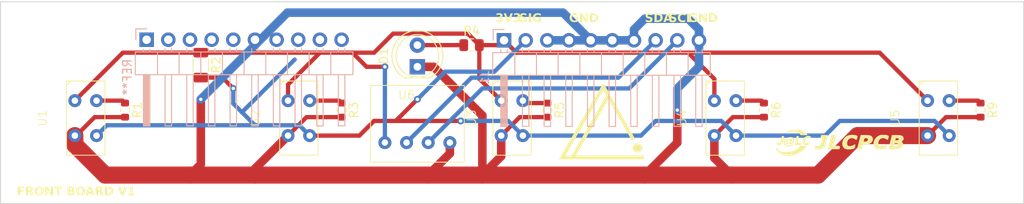
<source format=kicad_pcb>
(kicad_pcb (version 20221018) (generator pcbnew)
  (layers (0 "F.Cu" signal) (31 "B.Cu" signal) (34 "B.Paste" user) (35 "F.Paste" user) (36 "B.SilkS" user "B.Silkscreen") (37 "F.SilkS" user "F.Silkscreen") (38 "B.Mask" user) (39 "F.Mask" user) (44 "Edge.Cuts" user))
  (net 0 "")
  (net 1 "+3V3")
  (net 2 "photo1")
  (net 3 "GND")
  (net 4 "SDA")
  (net 5 "SCL")
  (net 6 "Net-(U1-Cathode)")
  (net 7 "Net-(U2-Cathode)")
  (net 8 "Net-(U3-Cathode)")
  (net 9 "Net-(U4-Cathode)")
  (net 10 "Net-(U5-Cathode)")
  (net 11 "Net-(D1-A)")
  (footprint "LED_THT:LED_D5.0mm" (layer "F.Cu") (at 88.9 93.98 90)
    (fp_text reference "D1" (at 1.27 -3.96 90) (layer "F.SilkS"))
    (fp_text value "LED")
    (pad "1" thru_hole rect (at 0 0 90) (size 1.8 1.8) (drill 0.9) (layers "*.Cu" "*.Mask") (net 3 "GND"))
    (pad "2" thru_hole circle (at 2.54 0 90) (size 1.8 1.8) (drill 0.9) (layers "*.Cu" "*.Mask") (net 11 "Net-(D1-A)"))
  )
  (footprint "logo:jlcpcb_logo_footprint" (layer "F.Cu") (at 138.43 102.87)
    (fp_text reference "G***" hide)
    (fp_text value "LOGO" hide)
  )
  (footprint "Akiduki:LBR127HLD" (layer "F.Cu") (at 125 100 90)
    (fp_text reference "U4" (at 0 -5.08 90 unlocked) (layer "F.SilkS") (effects (font (thickness 0.1))))
    (fp_text value "~")
    (pad "1" thru_hole circle (at 2.05 -1.27 90) (size 1.524 1.524) (drill 0.762) (layers "*.Cu" "*.Mask") (net 1 "+3V3"))
    (pad "2" thru_hole circle (at 2.05 1.27 90) (size 1.524 1.524) (drill 0.762) (layers "*.Cu" "*.Mask") (net 9 "Net-(U4-Cathode)"))
    (pad "3" thru_hole circle (at -2.05 -1.27 90) (size 1.524 1.524) (drill 0.762) (layers "*.Cu" "*.Mask") (net 3 "GND"))
    (pad "4" thru_hole circle (at -2.05 1.27 90) (size 1.524 1.524) (drill 0.762) (layers "*.Cu" "*.Mask") (net 2 "photo1"))
  )
  (footprint "Akiduki:LBR127HLD" (layer "F.Cu") (at 100 100 90)
    (fp_text reference "U3" (at 0 -4.75 90 unlocked) (layer "F.SilkS") (effects (font (thickness 0.1))))
    (fp_text value "~")
    (pad "1" thru_hole circle (at 2.05 -1.27 90) (size 1.524 1.524) (drill 0.762) (layers "*.Cu" "*.Mask") (net 1 "+3V3"))
    (pad "2" thru_hole circle (at 2.05 1.27 90) (size 1.524 1.524) (drill 0.762) (layers "*.Cu" "*.Mask") (net 8 "Net-(U3-Cathode)"))
    (pad "3" thru_hole circle (at -2.05 -1.27 90) (size 1.524 1.524) (drill 0.762) (layers "*.Cu" "*.Mask") (net 3 "GND"))
    (pad "4" thru_hole circle (at -2.05 1.27 90) (size 1.524 1.524) (drill 0.762) (layers "*.Cu" "*.Mask") (net 2 "photo1"))
  )
  (footprint "Resistor_SMD:R_0603_1608Metric" (layer "F.Cu") (at 104.14 99.06 -90)
    (fp_text reference "R5" (at 0 -1.43 90) (layer "F.SilkS"))
    (fp_text value "105")
    (pad "1" smd roundrect (at -0.825 0 270) (size 0.8 0.95) (layers "F.Cu" "F.Paste" "F.Mask") (net 8 "Net-(U3-Cathode)"))
    (pad "2" smd roundrect (at 0.825 0 270) (size 0.8 0.95) (layers "F.Cu" "F.Paste" "F.Mask") (net 3 "GND"))
  )
  (footprint "S11059:S11059" (layer "F.Cu") (at 88.9 102.87)
    (fp_text reference "U6" (at -1.27 -5.58 unlocked) (layer "F.SilkS") (effects (font (thickness 0.1))))
    (fp_text value "~")
    (pad "1" thru_hole circle (at -3.81 0) (size 1.524 1.524) (drill 0.762) (layers "*.Cu" "*.Mask") (net 1 "+3V3"))
    (pad "2" thru_hole circle (at -1.27 0) (size 1.524 1.524) (drill 0.762) (layers "*.Cu" "*.Mask") (net 4 "SDA"))
    (pad "3" thru_hole circle (at 1.27 0) (size 1.524 1.524) (drill 0.762) (layers "*.Cu" "*.Mask") (net 5 "SCL"))
    (pad "4" thru_hole circle (at 3.81 0) (size 1.524 1.524) (drill 0.762) (layers "*.Cu" "*.Mask") (net 3 "GND"))
  )
  (footprint "Akiduki:LBR127HLD" (layer "F.Cu") (at 75 100 90)
    (fp_text reference "U2" (at 0 -5.08 90 unlocked) (layer "F.SilkS") (effects (font (thickness 0.1))))
    (fp_text value "~")
    (pad "1" thru_hole circle (at 2.05 -1.27 90) (size 1.524 1.524) (drill 0.762) (layers "*.Cu" "*.Mask") (net 1 "+3V3"))
    (pad "2" thru_hole circle (at 2.05 1.27 90) (size 1.524 1.524) (drill 0.762) (layers "*.Cu" "*.Mask") (net 7 "Net-(U2-Cathode)"))
    (pad "3" thru_hole circle (at -2.05 -1.27 90) (size 1.524 1.524) (drill 0.762) (layers "*.Cu" "*.Mask") (net 3 "GND"))
    (pad "4" thru_hole circle (at -2.05 1.27 90) (size 1.524 1.524) (drill 0.762) (layers "*.Cu" "*.Mask") (net 2 "photo1"))
  )
  (footprint "Resistor_SMD:R_0603_1608Metric" (layer "F.Cu") (at 129.54 99.06 -90)
    (fp_text reference "R6" (at 0 -1.43 90) (layer "F.SilkS"))
    (fp_text value "105")
    (pad "1" smd roundrect (at -0.825 0 270) (size 0.8 0.95) (layers "F.Cu" "F.Paste" "F.Mask") (net 9 "Net-(U4-Cathode)"))
    (pad "2" smd roundrect (at 0.825 0 270) (size 0.8 0.95) (layers "F.Cu" "F.Paste" "F.Mask") (net 3 "GND"))
  )
  (footprint "Resistor_SMD:R_1206_3216Metric" (layer "F.Cu") (at 63.5 93.7875 -90)
    (fp_text reference "R2" (at 0 -1.82 90) (layer "F.SilkS"))
    (fp_text value "1k")
    (pad "1" smd roundrect (at -1.4625 0 270) (size 1.125 1.75) (layers "F.Cu" "F.Paste" "F.Mask") (roundrect_rratio 0.222222) (net 1 "+3V3"))
    (pad "2" smd roundrect (at 1.4625 0 270) (size 1.125 1.75) (layers "F.Cu" "F.Paste" "F.Mask") (roundrect_rratio 0.222222) (net 2 "photo1"))
  )
  (footprint "Resistor_SMD:R_0603_1608Metric" (layer "F.Cu") (at 154.94 99.06 -90)
    (fp_text reference "R9" (at 0 -1.43 90) (layer "F.SilkS"))
    (fp_text value "105")
    (pad "1" smd roundrect (at -0.825 0 270) (size 0.8 0.95) (layers "F.Cu" "F.Paste" "F.Mask") (net 10 "Net-(U5-Cathode)"))
    (pad "2" smd roundrect (at 0.825 0 270) (size 0.8 0.95) (layers "F.Cu" "F.Paste" "F.Mask") (net 3 "GND"))
  )
  (footprint "Resistor_SMD:R_0805_2012Metric" (layer "F.Cu") (at 95.25 91.44)
    (fp_text reference "R4" (at 0 -1.65) (layer "F.SilkS"))
    (fp_text value "100")
    (pad "1" smd roundrect (at -0.9125 0) (size 1.025 1.4) (layers "F.Cu" "F.Paste" "F.Mask") (roundrect_rratio 0.243902) (net 11 "Net-(D1-A)"))
    (pad "2" smd roundrect (at 0.9125 0) (size 1.025 1.4) (layers "F.Cu" "F.Paste" "F.Mask") (roundrect_rratio 0.243902) (net 1 "+3V3"))
  )
  (footprint "Resistor_SMD:R_0603_1608Metric" (layer "F.Cu") (at 54.61 99.06 -90)
    (fp_text reference "R1" (at 0 -1.43 90) (layer "F.SilkS"))
    (fp_text value "105")
    (pad "1" smd roundrect (at -0.825 0 270) (size 0.8 0.95) (layers "F.Cu" "F.Paste" "F.Mask") (net 6 "Net-(U1-Cathode)"))
    (pad "2" smd roundrect (at 0.825 0 270) (size 0.8 0.95) (layers "F.Cu" "F.Paste" "F.Mask") (net 3 "GND"))
  )
  (footprint "Resistor_SMD:R_0603_1608Metric" (layer "F.Cu") (at 80.01 99.06 -90)
    (fp_text reference "R3" (at 0 -1.43 90) (layer "F.SilkS"))
    (fp_text value "105")
    (pad "1" smd roundrect (at -0.825 0 270) (size 0.8 0.95) (layers "F.Cu" "F.Paste" "F.Mask") (net 7 "Net-(U2-Cathode)"))
    (pad "2" smd roundrect (at 0.825 0 270) (size 0.8 0.95) (layers "F.Cu" "F.Paste" "F.Mask") (net 3 "GND"))
  )
  (footprint "logo:tuton_logo" (layer "F.Cu") (at 110.49 100.33)
    (fp_text reference "G***" hide)
    (fp_text value "LOGO" hide)
  )
  (footprint "Akiduki:LBR127HLD" (layer "F.Cu") (at 150 100 90)
    (fp_text reference "U5" (at 0 -5.08 90 unlocked) (layer "F.SilkS") (effects (font (thickness 0.1))))
    (fp_text value "~")
    (pad "1" thru_hole circle (at 2.05 -1.27 90) (size 1.524 1.524) (drill 0.762) (layers "*.Cu" "*.Mask") (net 1 "+3V3"))
    (pad "2" thru_hole circle (at 2.05 1.27 90) (size 1.524 1.524) (drill 0.762) (layers "*.Cu" "*.Mask") (net 10 "Net-(U5-Cathode)"))
    (pad "3" thru_hole circle (at -2.05 -1.27 90) (size 1.524 1.524) (drill 0.762) (layers "*.Cu" "*.Mask") (net 3 "GND"))
    (pad "4" thru_hole circle (at -2.05 1.27 90) (size 1.524 1.524) (drill 0.762) (layers "*.Cu" "*.Mask") (net 2 "photo1"))
  )
  (footprint "Akiduki:LBR127HLD" (layer "F.Cu") (at 50 100 90)
    (fp_text reference "U1" (at 0 -5.08 90 unlocked) (layer "F.SilkS") (effects (font (thickness 0.1))))
    (fp_text value "~")
    (pad "1" thru_hole circle (at 2.05 -1.27 90) (size 1.524 1.524) (drill 0.762) (layers "*.Cu" "*.Mask") (net 1 "+3V3"))
    (pad "2" thru_hole circle (at 2.05 1.27 90) (size 1.524 1.524) (drill 0.762) (layers "*.Cu" "*.Mask") (net 6 "Net-(U1-Cathode)"))
    (pad "3" thru_hole circle (at -2.05 -1.27 90) (size 1.524 1.524) (drill 0.762) (layers "*.Cu" "*.Mask") (net 3 "GND"))
    (pad "4" thru_hole circle (at -2.05 1.27 90) (size 1.524 1.524) (drill 0.762) (layers "*.Cu" "*.Mask") (net 2 "photo1"))
  )
  (footprint "Connector_PinHeader_2.54mm:PinHeader_1x10_P2.54mm_Horizontal" (layer "B.Cu") (at 57.15 90.805 -90)
    (fp_text reference "REF**" (at 4.385 2.27 90) (layer "B.SilkS") (effects (justify mirror)))
    (fp_text value "PinHeader_1x10_P2.54mm_Horizontal")
    (pad "1" thru_hole rect (at 0 0 270) (size 1.7 1.7) (drill 1) (layers "*.Cu" "*.Mask"))
    (pad "2" thru_hole oval (at 0 -2.54 270) (size 1.7 1.7) (drill 1) (layers "*.Cu" "*.Mask"))
    (pad "3" thru_hole oval (at 0 -5.08 270) (size 1.7 1.7) (drill 1) (layers "*.Cu" "*.Mask"))
    (pad "4" thru_hole oval (at 0 -7.62 270) (size 1.7 1.7) (drill 1) (layers "*.Cu" "*.Mask"))
    (pad "5" thru_hole oval (at 0 -10.16 270) (size 1.7 1.7) (drill 1) (layers "*.Cu" "*.Mask"))
    (pad "6" thru_hole oval (at 0 -12.7 270) (size 1.7 1.7) (drill 1) (layers "*.Cu" "*.Mask"))
    (pad "7" thru_hole oval (at 0 -15.24 270) (size 1.7 1.7) (drill 1) (layers "*.Cu" "*.Mask"))
    (pad "8" thru_hole oval (at 0 -17.78 270) (size 1.7 1.7) (drill 1) (layers "*.Cu" "*.Mask"))
    (pad "9" thru_hole oval (at 0 -20.32 270) (size 1.7 1.7) (drill 1) (layers "*.Cu" "*.Mask"))
    (pad "10" thru_hole oval (at 0 -22.86 270) (size 1.7 1.7) (drill 1) (layers "*.Cu" "*.Mask"))
  )
  (footprint "Connector_PinHeader_2.54mm:PinHeader_1x10_P2.54mm_Horizontal" (layer "B.Cu") (at 99.06 90.875 -90)
    (fp_text reference "J1" (at 4.385 2.27 90) (layer "B.SilkS") (effects (justify mirror)))
    (fp_text value "Conn_01x10")
    (pad "1" thru_hole rect (at 0 0 270) (size 1.7 1.7) (drill 1) (layers "*.Cu" "*.Mask") (net 1 "+3V3"))
    (pad "2" thru_hole oval (at 0 -2.54 270) (size 1.7 1.7) (drill 1) (layers "*.Cu" "*.Mask") (net 2 "photo1"))
    (pad "3" thru_hole oval (at 0 -5.08 270) (size 1.7 1.7) (drill 1) (layers "*.Cu" "*.Mask") (net 3 "GND"))
    (pad "4" thru_hole oval (at 0 -7.62 270) (size 1.7 1.7) (drill 1) (layers "*.Cu" "*.Mask") (net 3 "GND"))
    (pad "5" thru_hole oval (at 0 -10.16 270) (size 1.7 1.7) (drill 1) (layers "*.Cu" "*.Mask") (net 3 "GND"))
    (pad "6" thru_hole oval (at 0 -12.7 270) (size 1.7 1.7) (drill 1) (layers "*.Cu" "*.Mask") (net 3 "GND"))
    (pad "7" thru_hole oval (at 0 -15.24 270) (size 1.7 1.7) (drill 1) (layers "*.Cu" "*.Mask") (net 3 "GND"))
    (pad "8" thru_hole oval (at 0 -17.78 270) (size 1.7 1.7) (drill 1) (layers "*.Cu" "*.Mask") (net 4 "SDA"))
    (pad "9" thru_hole oval (at 0 -20.32 270) (size 1.7 1.7) (drill 1) (layers "*.Cu" "*.Mask") (net 5 "SCL"))
    (pad "10" thru_hole oval (at 0 -22.86 270) (size 1.7 1.7) (drill 1) (layers "*.Cu" "*.Mask") (net 3 "GND"))
  )
  (gr_rect (start 40 86.35) (end 160 110) (stroke (width 0.1)) (fill none) (layer "Edge.Cuts"))
  (gr_text "SIG\n" (at 100.838 88.9) (layer "F.SilkS") (effects (font (size 1 1) (thickness 0.2) bold) (justify left bottom)))
  (gr_text "FRONT BOARD V1\n" (at 41.91 109.22) (layer "F.SilkS") (effects (font (size 1 1) (thickness 0.2) bold) (justify left bottom)))
  (gr_text "SCL\n" (at 118.364 88.9) (layer "F.SilkS") (effects (font (size 1 1) (thickness 0.2) bold) (justify left bottom)))
  (gr_text "GND\n" (at 106.68 88.9) (layer "F.SilkS") (effects (font (size 1 1) (thickness 0.2) bold) (justify left bottom)))
  (gr_text "SDA\n" (at 115.57 88.9) (layer "F.SilkS") (effects (font (size 1 1) (thickness 0.2) bold) (justify left bottom)))
  (gr_text "GND\n" (at 120.65 88.9) (layer "F.SilkS") (effects (font (size 1 1) (thickness 0.2) bold) (justify left bottom)))
  (gr_text "3V3\n" (at 98.044 88.9) (layer "F.SilkS") (effects (font (size 1 1) (thickness 0.2) bold) (justify left bottom)))
  (segment (start 77.47 92.325) (end 81.28 92.325) (width 0.5) (layer "F.Cu") (net 1))
  (segment (start 100.515 92.325) (end 99.065 90.875) (width 0.5) (layer "F.Cu") (net 1))
  (segment (start 123.73 95.405) (end 120.65 92.325) (width 0.5) (layer "F.Cu") (net 1))
  (segment (start 83.82 92.325) (end 86.055 90.09) (width 0.5) (layer "F.Cu") (net 1))
  (segment (start 94.8125 90.09) (end 96.1625 91.44) (width 0.5) (layer "F.Cu") (net 1))
  (segment (start 54.355 92.325) (end 63.5 92.325) (width 0.5) (layer "F.Cu") (net 1))
  (segment (start 96.1625 95.3825) (end 98.73 97.95) (width 0.5) (layer "F.Cu") (net 1))
  (segment (start 143.105 92.325) (end 148.73 97.95) (width 0.5) (layer "F.Cu") (net 1))
  (segment (start 73.73 96.065) (end 77.47 92.325) (width 0.5) (layer "F.Cu") (net 1))
  (segment (start 120.65 92.325) (end 100.515 92.325) (width 0.5) (layer "F.Cu") (net 1))
  (segment (start 73.73 97.95) (end 73.73 96.065) (width 0.5) (layer "F.Cu") (net 1))
  (segment (start 85.09 93.98) (end 82.935 93.98) (width 0.5) (layer "F.Cu") (net 1))
  (segment (start 96.1625 91.44) (end 96.1625 95.3825) (width 0.5) (layer "F.Cu") (net 1))
  (segment (start 81.28 92.325) (end 83.82 92.325) (width 0.5) (layer "F.Cu") (net 1))
  (segment (start 86.055 90.09) (end 94.8125 90.09) (width 0.5) (layer "F.Cu") (net 1))
  (segment (start 63.5 92.325) (end 77.47 92.325) (width 0.5) (layer "F.Cu") (net 1))
  (segment (start 82.935 93.98) (end 81.28 92.325) (width 0.5) (layer "F.Cu") (net 1))
  (segment (start 98.5 91.44) (end 99.065 90.875) (width 0.5) (layer "F.Cu") (net 1))
  (segment (start 120.65 92.325) (end 143.105 92.325) (width 0.5) (layer "F.Cu") (net 1))
  (segment (start 48.73 97.95) (end 54.355 92.325) (width 0.5) (layer "F.Cu") (net 1))
  (segment (start 123.73 97.95) (end 123.73 95.405) (width 0.5) (layer "F.Cu") (net 1))
  (segment (start 96.1625 91.44) (end 98.5 91.44) (width 0.5) (layer "F.Cu") (net 1))
  (via (at 85.09 93.98) (size 0.8) (drill 0.4) (layers "F.Cu" "B.Cu") (net 1))
  (segment (start 85.09 102.87) (end 85.09 93.98) (width 0.5) (layer "B.Cu") (net 1))
  (segment (start 82.1 102.05) (end 82.55 101.6) (width 0.5) (layer "F.Cu") (net 2))
  (segment (start 83.82 100.33) (end 86.36 100.33) (width 0.5) (layer "F.Cu") (net 2))
  (segment (start 66.04 95.25) (end 67.31 96.52) (width 0.5) (layer "F.Cu") (net 2))
  (segment (start 63.5 95.25) (end 66.04 95.25) (width 0.5) (layer "F.Cu") (net 2))
  (segment (start 82.55 101.6) (end 83.82 100.33) (width 0.5) (layer "F.Cu") (net 2))
  (segment (start 76.27 102.05) (end 82.1 102.05) (width 0.5) (layer "F.Cu") (net 2))
  (segment (start 88.9 97.79) (end 86.36 100.33) (width 0.5) (layer "F.Cu") (net 2))
  (segment (start 86.36 100.33) (end 93.98 100.33) (width 0.5) (layer "F.Cu") (net 2))
  (via (at 67.31 96.52) (size 0.8) (drill 0.4) (layers "F.Cu" "B.Cu") (net 2))
  (via (at 93.98 100.33) (size 0.8) (drill 0.4) (layers "F.Cu" "B.Cu") (net 2))
  (via (at 88.9 97.79) (size 0.8) (drill 0.4) (layers "F.Cu" "B.Cu") (net 2))
  (segment (start 67.31 96.52) (end 67.31 98.298) (width 0.5) (layer "B.Cu") (net 2))
  (segment (start 115.12 102.05) (end 116.84 100.33) (width 0.5) (layer "B.Cu") (net 2))
  (segment (start 99.55 100.33) (end 101.27 102.05) (width 0.5) (layer "B.Cu") (net 2))
  (segment (start 68.326 99.314) (end 69.85 100.838) (width 0.5) (layer "B.Cu") (net 2))
  (segment (start 101.605 90.875) (end 97.93 94.55) (width 0.5) (layer "B.Cu") (net 2))
  (segment (start 92.14 94.55) (end 88.9 97.79) (width 0.5) (layer "B.Cu") (net 2))
  (segment (start 136.71 102.05) (end 138.43 100.33) (width 0.5) (layer "B.Cu") (net 2))
  (segment (start 60.96 100.838) (end 69.85 100.838) (width 0.5) (layer "B.Cu") (net 2))
  (segment (start 74.51 93.13) (end 68.326 99.314) (width 0.5) (layer "B.Cu") (net 2))
  (segment (start 149.55 100.33) (end 151.27 102.05) (width 0.5) (layer "B.Cu") (net 2))
  (segment (start 69.85 100.838) (end 75.058 100.838) (width 0.5) (layer "B.Cu") (net 2))
  (segment (start 101.27 102.05) (end 115.12 102.05) (width 0.5) (layer "B.Cu") (net 2))
  (segment (start 97.93 94.55) (end 92.14 94.55) (width 0.5) (layer "B.Cu") (net 2))
  (segment (start 67.31 98.298) (end 68.326 99.314) (width 0.5) (layer "B.Cu") (net 2))
  (segment (start 75.058 100.838) (end 76.27 102.05) (width 0.5) (layer "B.Cu") (net 2))
  (segment (start 126.27 102.05) (end 136.71 102.05) (width 0.5) (layer "B.Cu") (net 2))
  (segment (start 138.43 100.33) (end 149.55 100.33) (width 0.5) (layer "B.Cu") (net 2))
  (segment (start 124.55 100.33) (end 126.27 102.05) (width 0.5) (layer "B.Cu") (net 2))
  (segment (start 93.98 100.33) (end 99.55 100.33) (width 0.5) (layer "B.Cu") (net 2))
  (segment (start 51.27 102.05) (end 52.482 100.838) (width 0.5) (layer "B.Cu") (net 2))
  (segment (start 52.482 100.838) (end 60.96 100.838) (width 0.5) (layer "B.Cu") (net 2))
  (segment (start 116.84 100.33) (end 124.55 100.33) (width 0.5) (layer "B.Cu") (net 2))
  (segment (start 119.38 99.06) (end 119.38 102.87) (width 1) (layer "F.Cu") (net 3))
  (segment (start 90.17 106.68) (end 96.52 106.68) (width 2) (layer "F.Cu") (net 3))
  (segment (start 63.5 105.41) (end 62.23 106.68) (width 1) (layer "F.Cu") (net 3))
  (segment (start 48.73 103.12763) (end 52.28237 106.68) (width 2) (layer "F.Cu") (net 3))
  (segment (start 96.52 99.7) (end 96.52 106.68) (width 1) (layer "F.Cu") (net 3))
  (segment (start 100.895 99.885) (end 98.73 102.05) (width 0.5) (layer "F.Cu") (net 3))
  (segment (start 125.73 106.68) (end 135.89 106.68) (width 2) (layer "F.Cu") (net 3))
  (segment (start 73.73 102.05) (end 69.85 105.93) (width 1) (layer "F.Cu") (net 3))
  (segment (start 135.89 106.68) (end 140.52 102.05) (width 2) (layer "F.Cu") (net 3))
  (segment (start 88.9 93.98) (end 90.8 93.98) (width 1) (layer "F.Cu") (net 3))
  (segment (start 92.71 104.14) (end 90.17 106.68) (width 1) (layer "F.Cu") (net 3))
  (segment (start 52.28237 106.68) (end 62.23 106.68) (width 2) (layer "F.Cu") (net 3))
  (segment (start 129.54 99.885) (end 125.895 99.885) (width 0.5) (layer "F.Cu") (net 3))
  (segment (start 48.73 102.05) (end 48.73 103.12763) (width 2) (layer "F.Cu") (net 3))
  (segment (start 69.85 105.93) (end 69.85 106.68) (width 1) (layer "F.Cu") (net 3))
  (segment (start 125.895 99.885) (end 123.73 102.05) (width 0.5) (layer "F.Cu") (net 3))
  (segment (start 48.73 102.05) (end 48.884027 102.05) (width 0.5) (layer "F.Cu") (net 3))
  (segment (start 63.5 97.79) (end 63.5 105.41) (width 1) (layer "F.Cu") (net 3))
  (segment (start 150.895 99.885) (end 148.73 102.05) (width 0.5) (layer "F.Cu") (net 3))
  (segment (start 115.57 106.68) (end 125.73 106.68) (width 2) (layer "F.Cu") (net 3))
  (segment (start 80.01 99.885) (end 75.895 99.885) (width 0.5) (layer "F.Cu") (net 3))
  (segment (start 48.884027 102.05) (end 51.049027 99.885) (width 0.5) (layer "F.Cu") (net 3))
  (segment (start 96.52 106.68) (end 115.57 106.68) (width 2) (layer "F.Cu") (net 3))
  (segment (start 90.8 93.98) (end 96.52 99.7) (width 1) (layer "F.Cu") (net 3))
  (segment (start 51.049027 99.885) (end 54.61 99.885) (width 0.5) (layer "F.Cu") (net 3))
  (segment (start 104.14 99.885) (end 100.895 99.885) (width 0.5) (layer "F.Cu") (net 3))
  (segment (start 140.52 102.05) (end 148.73 102.05) (width 2) (layer "F.Cu") (net 3))
  (segment (start 98.73 104.47) (end 96.52 106.68) (width 1) (layer "F.Cu") (net 3))
  (segment (start 123.73 102.05) (end 123.73 104.68) (width 1) (layer "F.Cu") (net 3))
  (segment (start 98.73 102.05) (end 98.73 104.47) (width 1) (layer "F.Cu") (net 3))
  (segment (start 69.85 106.68) (end 90.17 106.68) (width 2) (layer "F.Cu") (net 3))
  (segment (start 123.73 104.68) (end 125.73 106.68) (width 1) (layer "F.Cu") (net 3))
  (segment (start 154.94 99.885) (end 150.895 99.885) (width 0.5) (layer "F.Cu") (net 3))
  (segment (start 75.895 99.885) (end 73.73 102.05) (width 0.5) (layer "F.Cu") (net 3))
  (segment (start 62.23 106.68) (end 69.85 106.68) (width 2) (layer "F.Cu") (net 3))
  (segment (start 92.71 102.87) (end 92.71 104.14) (width 1) (layer "F.Cu") (net 3))
  (segment (start 119.38 102.87) (end 115.57 106.68) (width 1) (layer "F.Cu") (net 3))
  (via (at 63.5 97.79) (size 0.8) (drill 0.4) (layers "F.Cu" "B.Cu") (net 3))
  (via (at 119.38 99.06) (size 0.8) (drill 0.4) (layers "F.Cu" "B.Cu") (net 3))
  (segment (start 121.925 90.875) (end 121.925 93.975) (width 1) (layer "B.Cu") (net 3))
  (segment (start 104.145 90.875) (end 114.305 90.875) (width 1) (layer "B.Cu") (net 3))
  (segment (start 63.5 97.79) (end 73.66 87.63) (width 1) (layer "B.Cu") (net 3))
  (segment (start 115.575 88.335) (end 120.655 88.335) (width 1) (layer "B.Cu") (net 3))
  (segment (start 121.925 89.605) (end 121.925 90.875) (width 1) (layer "B.Cu") (net 3))
  (segment (start 120.655 88.335) (end 121.925 89.605) (width 1) (layer "B.Cu") (net 3))
  (segment (start 114.305 90.875) (end 114.305 89.605) (width 1) (layer "B.Cu") (net 3))
  (segment (start 105.98 87.63) (end 109.225 90.875) (width 1) (layer "B.Cu") (net 3))
  (segment (start 119.38 96.52) (end 119.38 99.06) (width 1) (layer "B.Cu") (net 3))
  (segment (start 114.305 89.605) (end 115.575 88.335) (width 1) (layer "B.Cu") (net 3))
  (segment (start 121.925 93.975) (end 119.38 96.52) (width 1) (layer "B.Cu") (net 3))
  (segment (start 73.66 87.63) (end 105.98 87.63) (width 1) (layer "B.Cu") (net 3))
  (segment (start 95.25 95.25) (end 112.47 95.25) (width 0.5) (layer "B.Cu") (net 4))
  (segment (start 87.63 102.87) (end 95.25 95.25) (width 0.5) (layer "B.Cu") (net 4))
  (segment (start 112.47 95.25) (end 116.845 90.875) (width 0.5) (layer "B.Cu") (net 4))
  (segment (start 90.17 102.87) (end 96.52 96.52) (width 0.5) (layer "B.Cu") (net 5))
  (segment (start 96.52 96.52) (end 113.74 96.52) (width 0.5) (layer "B.Cu") (net 5))
  (segment (start 113.74 96.52) (end 119.385 90.875) (width 0.5) (layer "B.Cu") (net 5))
  (segment (start 51.27 97.95) (end 54.325 97.95) (width 0.5) (layer "F.Cu") (net 6))
  (segment (start 54.325 97.95) (end 54.61 98.235) (width 0.5) (layer "F.Cu") (net 6))
  (segment (start 79.725 97.95) (end 80.01 98.235) (width 0.5) (layer "F.Cu") (net 7))
  (segment (start 76.27 97.95) (end 79.725 97.95) (width 0.5) (layer "F.Cu") (net 7))
  (segment (start 101.555 98.235) (end 101.27 97.95) (width 0.5) (layer "F.Cu") (net 8))
  (segment (start 104.14 98.235) (end 101.555 98.235) (width 0.5) (layer "F.Cu") (net 8))
  (segment (start 126.27 97.95) (end 129.255 97.95) (width 0.5) (layer "F.Cu") (net 9))
  (segment (start 129.255 97.95) (end 129.54 98.235) (width 0.5) (layer "F.Cu") (net 9))
  (segment (start 151.27 97.95) (end 154.655 97.95) (width 0.5) (layer "F.Cu") (net 10))
  (segment (start 154.655 97.95) (end 154.94 98.235) (width 0.5) (layer "F.Cu") (net 10))
  (segment (start 88.9 91.44) (end 94.3375 91.44) (width 0.5) (layer "F.Cu") (net 11))
)
</source>
